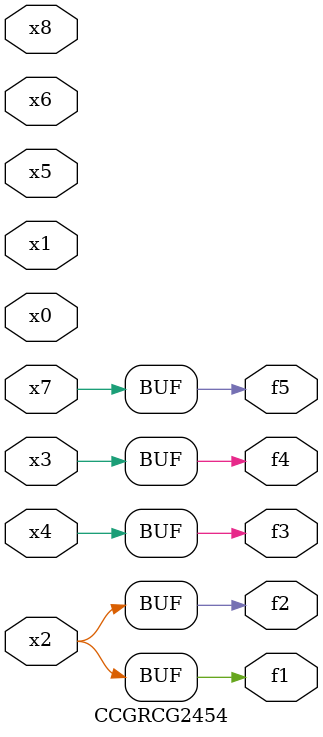
<source format=v>
module CCGRCG2454(
	input x0, x1, x2, x3, x4, x5, x6, x7, x8,
	output f1, f2, f3, f4, f5
);
	assign f1 = x2;
	assign f2 = x2;
	assign f3 = x4;
	assign f4 = x3;
	assign f5 = x7;
endmodule

</source>
